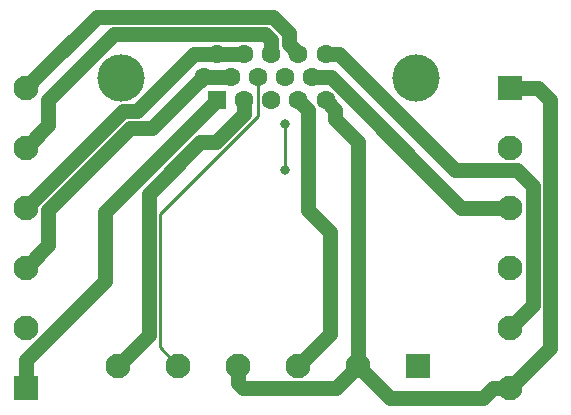
<source format=gbr>
%TF.GenerationSoftware,KiCad,Pcbnew,(5.0.2)-1*%
%TF.CreationDate,2019-01-23T22:57:56+01:00*%
%TF.ProjectId,VGA-Terminal,5647412d-5465-4726-9d69-6e616c2e6b69,rev?*%
%TF.SameCoordinates,Original*%
%TF.FileFunction,Copper,L1,Top*%
%TF.FilePolarity,Positive*%
%FSLAX46Y46*%
G04 Gerber Fmt 4.6, Leading zero omitted, Abs format (unit mm)*
G04 Created by KiCad (PCBNEW (5.0.2)-1) date 23.01.2019 22:57:56*
%MOMM*%
%LPD*%
G01*
G04 APERTURE LIST*
%ADD10C,2.100000*%
%ADD11R,2.100000X2.100000*%
%ADD12R,1.600000X1.600000*%
%ADD13C,1.600000*%
%ADD14C,4.000000*%
%ADD15C,0.800000*%
%ADD16C,0.250000*%
%ADD17C,1.270000*%
G04 APERTURE END LIST*
D10*
X134000000Y-98900000D03*
X134000000Y-93820000D03*
X134000000Y-88740000D03*
X134000000Y-83660000D03*
X134000000Y-78580000D03*
D11*
X134000000Y-73500000D03*
X126212600Y-97053400D03*
D10*
X121132600Y-97053400D03*
X116052600Y-97053400D03*
X110972600Y-97053400D03*
X105892600Y-97053400D03*
X100812600Y-97053400D03*
D11*
X93000000Y-98900000D03*
D10*
X93000000Y-93820000D03*
X93000000Y-88740000D03*
X93000000Y-83660000D03*
X93000000Y-78580000D03*
X93000000Y-73500000D03*
D12*
X109200000Y-74580000D03*
D13*
X111490000Y-74580000D03*
X113780000Y-74580000D03*
X116070000Y-74580000D03*
X118360000Y-74580000D03*
X108055000Y-72600000D03*
X110345000Y-72600000D03*
X112635000Y-72600000D03*
X114925000Y-72600000D03*
X117215000Y-72600000D03*
X109200000Y-70620000D03*
X111490000Y-70620000D03*
X113780000Y-70620000D03*
X116070000Y-70620000D03*
X118360000Y-70620000D03*
D14*
X126015000Y-72652000D03*
X101015000Y-72652000D03*
D15*
X114920000Y-80450000D03*
X114925000Y-76615000D03*
D16*
X112635000Y-73731370D02*
X112635000Y-72600000D01*
X112635000Y-75924028D02*
X112635000Y-73731370D01*
X104341564Y-84217464D02*
X112635000Y-75924028D01*
X105892600Y-97053400D02*
X104341564Y-95502364D01*
X104341564Y-95502364D02*
X104341564Y-84217464D01*
D17*
X121132600Y-95568476D02*
X121132600Y-97053400D01*
X121132600Y-78108165D02*
X121132600Y-95568476D01*
X119159999Y-76135564D02*
X121132600Y-78108165D01*
X118360000Y-74580000D02*
X119159999Y-75379999D01*
X119159999Y-75379999D02*
X119159999Y-76135564D01*
X120082601Y-98103399D02*
X121132600Y-97053400D01*
X119247599Y-98938401D02*
X120082601Y-98103399D01*
X111372677Y-98938401D02*
X119247599Y-98938401D01*
X110972600Y-97053400D02*
X110972600Y-98538324D01*
X110972600Y-98538324D02*
X111372677Y-98938401D01*
X132515076Y-98900000D02*
X134000000Y-98900000D01*
X131669276Y-99745800D02*
X132515076Y-98900000D01*
X121132600Y-97053400D02*
X123825000Y-99745800D01*
X123825000Y-99745800D02*
X131669276Y-99745800D01*
X135049999Y-97850001D02*
X134000000Y-98900000D01*
X137355011Y-95544989D02*
X135049999Y-97850001D01*
X137355011Y-74535011D02*
X137355011Y-95544989D01*
X134000000Y-73500000D02*
X136320000Y-73500000D01*
X136320000Y-73500000D02*
X137355011Y-74535011D01*
X116869999Y-75379999D02*
X116869999Y-83849999D01*
X116070000Y-74580000D02*
X116869999Y-75379999D01*
X116869999Y-83849999D02*
X118745000Y-85725000D01*
X118745000Y-94361000D02*
X116052600Y-97053400D01*
X118745000Y-85725000D02*
X118745000Y-94361000D01*
D16*
X114925000Y-80445000D02*
X114920000Y-80450000D01*
X114925000Y-76615000D02*
X114925000Y-80445000D01*
D17*
X113780000Y-69488630D02*
X113780000Y-70620000D01*
X113276369Y-68984999D02*
X113780000Y-69488630D01*
X100486199Y-68984999D02*
X113276369Y-68984999D01*
X94885001Y-74586197D02*
X100486199Y-68984999D01*
X93000000Y-78580000D02*
X94885001Y-76694999D01*
X94885001Y-76694999D02*
X94885001Y-74586197D01*
X94049999Y-72450001D02*
X93000000Y-73500000D01*
X98985011Y-67514989D02*
X94049999Y-72450001D01*
X113885267Y-67514989D02*
X98985011Y-67514989D01*
X115270001Y-68899723D02*
X113885267Y-67514989D01*
X116070000Y-70620000D02*
X115270001Y-69820001D01*
X115270001Y-69820001D02*
X115270001Y-68899723D01*
X108055000Y-72600000D02*
X110345000Y-72600000D01*
X94885001Y-86854999D02*
X94885001Y-83853907D01*
X93000000Y-88740000D02*
X94885001Y-86854999D01*
X107255001Y-73399999D02*
X108055000Y-72600000D01*
X103697989Y-76957011D02*
X107255001Y-73399999D01*
X94885001Y-83853907D02*
X101781897Y-76957011D01*
X101781897Y-76957011D02*
X103697989Y-76957011D01*
X111490000Y-70620000D02*
X109200000Y-70620000D01*
X107242802Y-70620000D02*
X109200000Y-70620000D01*
X102375801Y-75487001D02*
X107242802Y-70620000D01*
X93000000Y-83660000D02*
X101172999Y-75487001D01*
X101172999Y-75487001D02*
X102375801Y-75487001D01*
X99714990Y-84065010D02*
X109200000Y-74580000D01*
X99714990Y-89865010D02*
X99714990Y-84065010D01*
X93000000Y-98900000D02*
X93000000Y-96580000D01*
X93000000Y-96580000D02*
X99714990Y-89865010D01*
X119491370Y-70620000D02*
X118360000Y-70620000D01*
X129336371Y-80465001D02*
X119491370Y-70620000D01*
X134541601Y-80465001D02*
X129336371Y-80465001D01*
X135885001Y-81808401D02*
X134541601Y-80465001D01*
X134000000Y-93820000D02*
X135885001Y-91934999D01*
X135885001Y-91934999D02*
X135885001Y-81808401D01*
X132515076Y-83660000D02*
X134000000Y-83660000D01*
X129859802Y-83660000D02*
X132515076Y-83660000D01*
X117215000Y-72600000D02*
X118799802Y-72600000D01*
X118799802Y-72600000D02*
X129859802Y-83660000D01*
X109096370Y-78105000D02*
X107753908Y-78105000D01*
X111490000Y-74580000D02*
X111490000Y-75711370D01*
X111490000Y-75711370D02*
X109096370Y-78105000D01*
X107753908Y-78105000D02*
X103381554Y-82477354D01*
X103381554Y-94484446D02*
X100812600Y-97053400D01*
X103381554Y-82477354D02*
X103381554Y-94484446D01*
M02*

</source>
